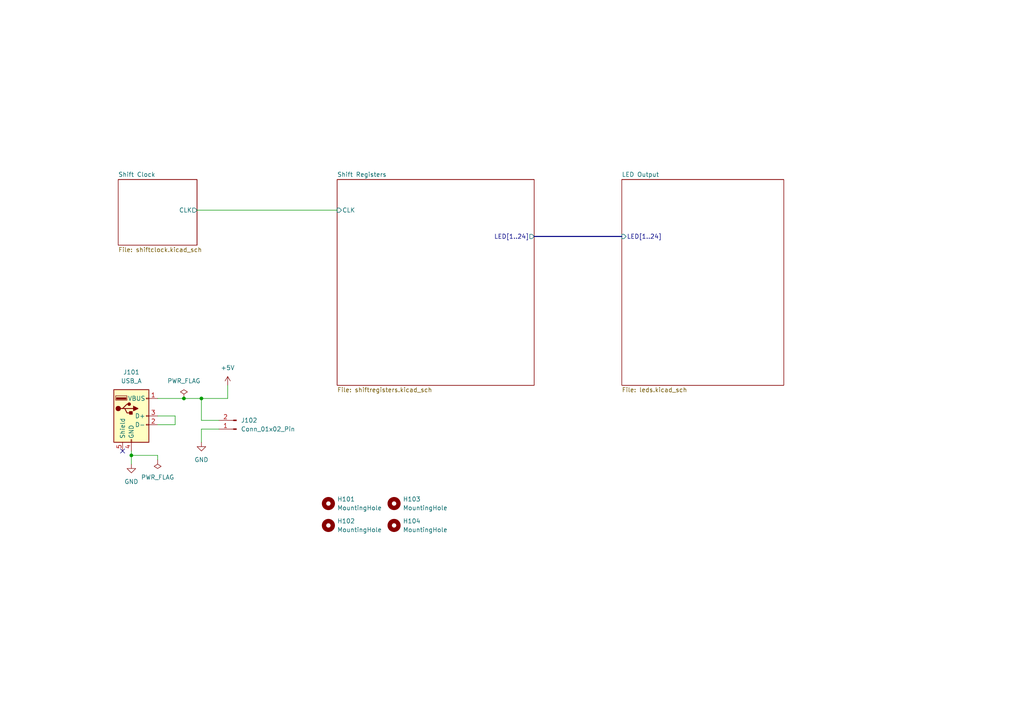
<source format=kicad_sch>
(kicad_sch (version 20230121) (generator eeschema)
  (paper "A4")
  (lib_symbols
    (symbol "Connector:Conn_01x02_Pin" (pin_names (offset 1.016) hide)
      (property "Reference" "J" (at 0 2.54 0))
      (property "Value" "Conn_01x02_Pin" (at 0 -5.08 0))
      (symbol "Conn_01x02_Pin_1_1"
        (polyline (pts (xy 1.27 -2.54) (xy 0.8636 -2.54)) (stroke (width 0.1524)))
        (polyline (pts (xy 1.27 0) (xy 0.8636 0)) (stroke (width 0.1524)))
        (rectangle (start 0.8636 -2.413) (end 0 -2.667) (stroke (width 0.1524)) (fill (type outline)))
        (rectangle (start 0.8636 0.127) (end 0 -0.127) (stroke (width 0.1524)) (fill (type outline)))
        (pin passive line (at 5.08 0 180) (length 3.81) (name "Pin_1") (number "1"))
        (pin passive line (at 5.08 -2.54 180) (length 3.81) (name "Pin_2") (number "2"))
      )
    )
    (symbol "Connector:USB_A" (pin_names (offset 1.016))
      (property "Reference" "J" (at -5.08 11.43 0))
      (property "Value" "USB_A" (at -5.08 8.89 0))
      (symbol "USB_A_0_1"
        (rectangle (start -5.08 -7.62) (end 5.08 7.62) (stroke (width 0.254)) (fill (type background)))
        (circle (center -3.81 2.159) (radius 0.635) (stroke (width 0.254)) (fill (type outline)))
        (rectangle (start -1.524 4.826) (end -4.318 5.334) (fill (type outline)))
        (rectangle (start -1.27 4.572) (end -4.572 5.842))
        (circle (center -0.635 3.429) (radius 0.381) (stroke (width 0.254)) (fill (type outline)))
        (rectangle (start -0.127 -7.62) (end 0.127 -6.858))
        (polyline (pts (xy -3.175 2.159) (xy -2.54 2.159) (xy -1.27 3.429) (xy -0.635 3.429)) (stroke (width 0.254)))
        (polyline (pts (xy -2.54 2.159) (xy -1.905 2.159) (xy -1.27 0.889) (xy 0 0.889)) (stroke (width 0.254)))
        (polyline (pts (xy 0.635 2.794) (xy 0.635 1.524) (xy 1.905 2.159) (xy 0.635 2.794)) (stroke (width 0.254)) (fill (type outline)))
        (rectangle (start 0.254 1.27) (end -0.508 0.508) (stroke (width 0.254)) (fill (type outline)))
        (rectangle (start 5.08 -2.667) (end 4.318 -2.413))
        (rectangle (start 5.08 -0.127) (end 4.318 0.127))
        (rectangle (start 5.08 4.953) (end 4.318 5.207))
      )
      (symbol "USB_A_1_1"
        (polyline (pts (xy -1.905 2.159) (xy 0.635 2.159)) (stroke (width 0.254)))
        (pin power_in line (at 7.62 5.08 180) (length 2.54) (name "VBUS") (number "1"))
        (pin bidirectional line (at 7.62 -2.54 180) (length 2.54) (name "D-") (number "2"))
        (pin bidirectional line (at 7.62 0 180) (length 2.54) (name "D+") (number "3"))
        (pin power_in line (at 0 -10.16 90) (length 2.54) (name "GND") (number "4"))
        (pin passive line (at -2.54 -10.16 90) (length 2.54) (name "Shield") (number "5"))
      )
    )
    (symbol "GND_1" (power) (pin_names (offset 0))
      (property "Value" "GND_1" (at 0 -3.81 0))
      (symbol "GND_1_0_1"
        (polyline (pts (xy 0 0) (xy 0 -1.27) (xy 1.27 -1.27) (xy 0 -2.54) (xy -1.27 -1.27) (xy 0 -1.27)))
      )
      (symbol "GND_1_1_1"
        (pin power_in line (at 0 0 270) (length 0) hide (name "GND") (number "1"))
      )
    )
    (symbol "Mechanical:MountingHole" (pin_names (offset 1.016))
      (property "Reference" "H" (at 0 5.08 0))
      (property "Value" "MountingHole" (at 0 3.175 0))
      (symbol "MountingHole_0_1"
        (circle (center 0 0) (radius 1.27) (stroke (width 1.27)))
      )
    )
    (symbol "power:+5V" (power) (pin_names (offset 0))
      (property "Value" "+5V" (at 0 3.556 0))
      (symbol "+5V_0_1"
        (polyline (pts (xy -0.762 1.27) (xy 0 2.54)))
        (polyline (pts (xy 0 0) (xy 0 2.54)))
        (polyline (pts (xy 0 2.54) (xy 0.762 1.27)))
      )
      (symbol "+5V_1_1"
        (pin power_in line (at 0 0 90) (length 0) hide (name "+5V") (number "1"))
      )
    )
    (symbol "power:GND" (power) (pin_names (offset 0))
      (property "Value" "GND" (at 0 -3.81 0))
      (symbol "GND_0_1"
        (polyline (pts (xy 0 0) (xy 0 -1.27) (xy 1.27 -1.27) (xy 0 -2.54) (xy -1.27 -1.27) (xy 0 -1.27)))
      )
      (symbol "GND_1_1"
        (pin power_in line (at 0 0 270) (length 0) hide (name "GND") (number "1"))
      )
    )
    (symbol "power:PWR_FLAG" (power) (pin_numbers hide) (pin_names (offset 0) hide)
      (property "Value" "PWR_FLAG" (at 0 3.81 0))
      (symbol "PWR_FLAG_0_0"
        (pin power_out line (at 0 0 90) (length 0) (name "pwr") (number "1"))
      )
      (symbol "PWR_FLAG_0_1"
        (polyline (pts (xy 0 0) (xy 0 1.27) (xy -1.016 1.905) (xy 0 2.54) (xy 1.016 1.905) (xy 0 1.27)))
      )
    )
  )
  (junction (at 38.1 132.08))
  (junction (at 58.42 115.57))
  (junction (at 53.34 115.57))
  (no_connect (at 35.56 130.81))
  (wire (pts (xy 45.72 132.08) (xy 45.72 133.35)))
  (bus (pts (xy 154.94 68.58) (xy 180.34 68.58)))
  (wire (pts (xy 45.72 120.65) (xy 50.8 120.65)))
  (wire (pts (xy 58.42 128.27) (xy 58.42 124.46)))
  (wire (pts (xy 57.15 60.96) (xy 97.79 60.96)))
  (wire (pts (xy 58.42 124.46) (xy 63.5 124.46)))
  (wire (pts (xy 66.04 115.57) (xy 66.04 111.76)))
  (wire (pts (xy 58.42 115.57) (xy 66.04 115.57)))
  (wire (pts (xy 45.72 115.57) (xy 53.34 115.57)))
  (wire (pts (xy 58.42 121.92) (xy 63.5 121.92)))
  (wire (pts (xy 38.1 132.08) (xy 38.1 134.62)))
  (wire (pts (xy 38.1 132.08) (xy 45.72 132.08)))
  (wire (pts (xy 53.34 115.57) (xy 58.42 115.57)))
  (wire (pts (xy 58.42 115.57) (xy 58.42 121.92)))
  (wire (pts (xy 50.8 120.65) (xy 50.8 123.19)))
  (wire (pts (xy 45.72 123.19) (xy 50.8 123.19)))
  (wire (pts (xy 38.1 130.81) (xy 38.1 132.08)))
  (symbol (lib_id "Mechanical:MountingHole") (at 95.25 146.05 0) (unit 1)
    (property "Reference" "H101" (at 97.79 144.78 0) (effects (justify left)))
    (property "Value" "MountingHole" (at 97.79 147.32 0) (effects (justify left)))
    (property "Footprint" "MountingHole:MountingHole_2.7mm_M2.5_ISO7380" (effects hide))
  )
  (symbol (lib_id "power:PWR_FLAG") (at 45.72 133.35 180) (unit 1)
    (property "Reference" "#FLG0101" (effects hide))
    (property "Value" "PWR_FLAG" (at 45.72 138.43 0))
  )
  (symbol (lib_id "Connector:USB_A") (at 38.1 120.65 0) (unit 1)
    (property "Reference" "J101" (at 38.1 107.95 0))
    (property "Value" "USB_A" (at 38.1 110.49 0))
    (property "Footprint" "Connector_USB:USB_A_Molex_67643_Horizontal" (effects hide))
    (property "Datasheet" " ~" (effects hide))
  )
  (symbol (lib_name "GND_1") (lib_id "power:GND") (at 58.42 128.27 0) (unit 1)
    (property "Reference" "#PWR0103" (effects hide))
    (property "Value" "GND" (at 58.42 133.35 0))
  )
  (symbol (lib_id "Mechanical:MountingHole") (at 95.25 152.4 0) (unit 1)
    (property "Reference" "H102" (at 97.79 151.13 0) (effects (justify left)))
    (property "Value" "MountingHole" (at 97.79 153.67 0) (effects (justify left)))
    (property "Footprint" "MountingHole:MountingHole_2.7mm_M2.5_ISO7380" (effects hide))
  )
  (symbol (lib_id "Mechanical:MountingHole") (at 114.3 152.4 0) (unit 1)
    (property "Reference" "H104" (at 116.84 151.13 0) (effects (justify left)))
    (property "Value" "MountingHole" (at 116.84 153.67 0) (effects (justify left)))
    (property "Footprint" "MountingHole:MountingHole_2.7mm_M2.5_ISO7380" (effects hide))
  )
  (symbol (lib_id "Connector:Conn_01x02_Pin") (at 68.58 124.46 180) (unit 1)
    (property "Reference" "J102" (at 69.85 121.92 0) (effects (justify right)))
    (property "Value" "Conn_01x02_Pin" (at 69.85 124.46 0) (effects (justify right)))
    (property "Footprint" "Connector_PinHeader_2.54mm:PinHeader_1x02_P2.54mm_Vertical" (effects hide))
  )
  (symbol (lib_id "power:+5V") (at 66.04 111.76 0) (unit 1)
    (property "Reference" "#PWR0102" (effects hide))
    (property "Value" "+5V" (at 66.04 106.68 0))
  )
  (symbol (lib_id "power:GND") (at 38.1 134.62 0) (unit 1)
    (property "Reference" "#PWR0101" (effects hide))
    (property "Value" "GND" (at 38.1 139.7 0))
  )
  (symbol (lib_id "power:PWR_FLAG") (at 53.34 115.57 0) (unit 1)
    (property "Reference" "#FLG0102" (effects hide))
    (property "Value" "PWR_FLAG" (at 53.34 110.49 0))
  )
  (symbol (lib_id "Mechanical:MountingHole") (at 114.3 146.05 0) (unit 1)
    (property "Reference" "H103" (at 116.84 144.78 0) (effects (justify left)))
    (property "Value" "MountingHole" (at 116.84 147.32 0) (effects (justify left)))
    (property "Footprint" "MountingHole:MountingHole_2.7mm_M2.5_ISO7380" (effects hide))
  )
  (sheet (at 34.29 52.07) (size 22.86 19.05) (stroke (width 0.1524))
    (property "Sheetname" "Shift Clock" (at 34.29 51.3584 0) (effects (justify left bottom)))
    (property "Sheetfile" "shiftclock.kicad_sch" (at 34.29 71.7046 0) (effects (justify left top)))
    (pin "CLK" output (at 57.15 60.96 0))
  )
  (sheet (at 180.34 52.07) (size 46.99 59.69) (stroke (width 0.1524))
    (property "Sheetname" "LED Output" (at 180.34 51.3584 0) (effects (justify left bottom)))
    (property "Sheetfile" "leds.kicad_sch" (at 180.34 112.3446 0) (effects (justify left top)))
    (pin "LED[1..24]" input (at 180.34 68.58 180))
  )
  (sheet (at 97.79 52.07) (size 57.15 59.69) (stroke (width 0.1524))
    (property "Sheetname" "Shift Registers" (at 97.79 51.3584 0) (effects (justify left bottom)))
    (property "Sheetfile" "shiftregisters.kicad_sch" (at 97.79 112.3446 0) (effects (justify left top)))
    (pin "LED[1..24]" output (at 154.94 68.58 0))
    (pin "CLK" input (at 97.79 60.96 180))
  )
)
</source>
